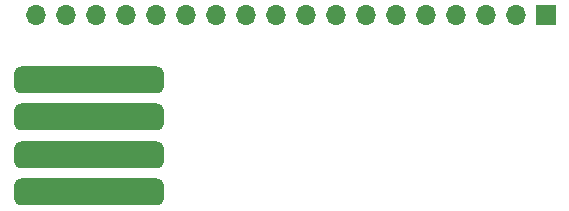
<source format=gbr>
%TF.GenerationSoftware,KiCad,Pcbnew,8.0.4-8.0.4-0~ubuntu22.04.1*%
%TF.CreationDate,2024-08-11T09:24:58-07:00*%
%TF.ProjectId,NX-ButtonInterface,4e582d42-7574-4746-9f6e-496e74657266,rev?*%
%TF.SameCoordinates,Original*%
%TF.FileFunction,Soldermask,Top*%
%TF.FilePolarity,Negative*%
%FSLAX46Y46*%
G04 Gerber Fmt 4.6, Leading zero omitted, Abs format (unit mm)*
G04 Created by KiCad (PCBNEW 8.0.4-8.0.4-0~ubuntu22.04.1) date 2024-08-11 09:24:58*
%MOMM*%
%LPD*%
G01*
G04 APERTURE LIST*
G04 Aperture macros list*
%AMRoundRect*
0 Rectangle with rounded corners*
0 $1 Rounding radius*
0 $2 $3 $4 $5 $6 $7 $8 $9 X,Y pos of 4 corners*
0 Add a 4 corners polygon primitive as box body*
4,1,4,$2,$3,$4,$5,$6,$7,$8,$9,$2,$3,0*
0 Add four circle primitives for the rounded corners*
1,1,$1+$1,$2,$3*
1,1,$1+$1,$4,$5*
1,1,$1+$1,$6,$7*
1,1,$1+$1,$8,$9*
0 Add four rect primitives between the rounded corners*
20,1,$1+$1,$2,$3,$4,$5,0*
20,1,$1+$1,$4,$5,$6,$7,0*
20,1,$1+$1,$6,$7,$8,$9,0*
20,1,$1+$1,$8,$9,$2,$3,0*%
G04 Aperture macros list end*
%ADD10R,1.700000X1.700000*%
%ADD11O,1.700000X1.700000*%
%ADD12RoundRect,0.571500X-5.778500X-0.571500X5.778500X-0.571500X5.778500X0.571500X-5.778500X0.571500X0*%
G04 APERTURE END LIST*
D10*
%TO.C,J1*%
X129921000Y-92964000D03*
D11*
X127381000Y-92964000D03*
X124841000Y-92964000D03*
X122301000Y-92964000D03*
X119761000Y-92964000D03*
X117221000Y-92964000D03*
X114681000Y-92964000D03*
X112141000Y-92964000D03*
X109601000Y-92964000D03*
X107061000Y-92964000D03*
X104521000Y-92964000D03*
X101981000Y-92964000D03*
X99441000Y-92964000D03*
X96901000Y-92964000D03*
X94361000Y-92964000D03*
X91821000Y-92964000D03*
X89281000Y-92964000D03*
X86741000Y-92964000D03*
%TD*%
D12*
%TO.C,J2*%
X91211400Y-107988100D03*
X91211400Y-104813100D03*
X91211400Y-101638100D03*
X91211400Y-98463100D03*
%TD*%
M02*

</source>
